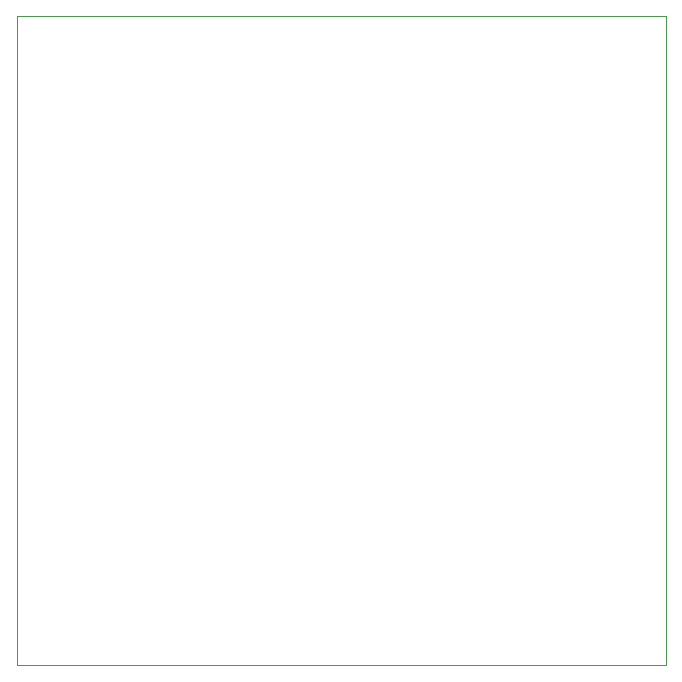
<source format=gbr>
G04 DipTrace 5.0.0.0*
G04 UstundagBoard.gbr*
%MOIN*%
G04 #@! TF.FileFunction,Profile*
G04 #@! TF.Part,Single*
%ADD10C,0.004724*%
%FSLAX26Y26*%
G04*
G70*
G90*
G75*
G01*
G04 BoardOutline*
%LPD*%
X-1287500Y1050000D2*
G54D10*
Y-1112500D1*
X875000D1*
Y1050000D1*
X-1287500D1*
M02*

</source>
